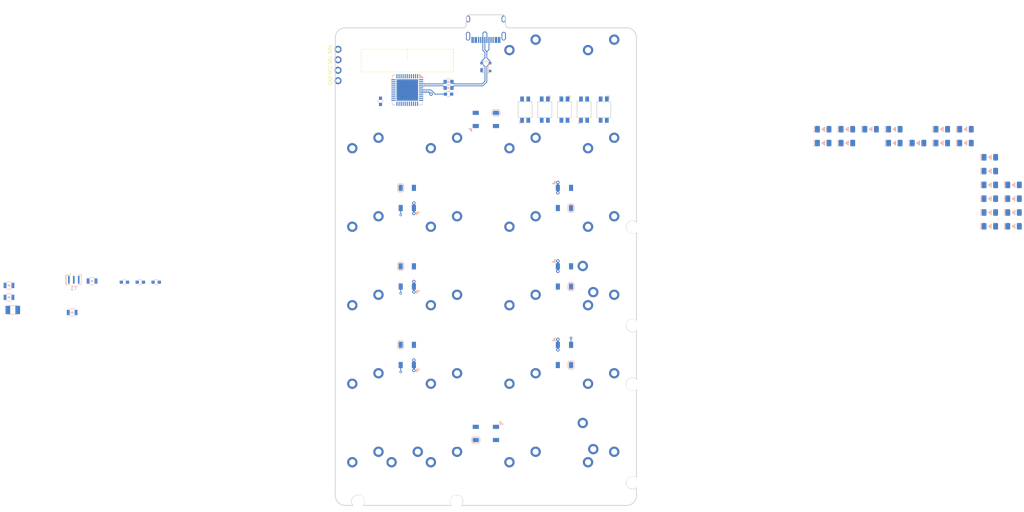
<source format=kicad_pcb>
(kicad_pcb (version 20171130) (host pcbnew "(5.1.11)-1")
  (layers (0 F.Cu signal) (31 B.Cu signal) (34 B.Paste user) (35 F.Paste user) (36 B.SilkS user) (37 F.SilkS user) (38 B.Mask user) (39 F.Mask user) (44 Edge.Cuts user))
  (net 0 "")
  (net 1 "Net-(U1-Pad42)")
  (net 2 "Net-(U1-Pad41)")
  (net 3 "Net-(U1-Pad40)")
  (net 4 "Net-(U1-Pad39)")
  (net 5 "Net-(U1-Pad38)")
  (net 6 "Net-(U1-Pad37)")
  (net 7 "Net-(U1-Pad36)")
  (net 8 "Net-(U1-Pad32)")
  (net 9 "Net-(U1-Pad31)")
  (net 10 "Net-(U1-Pad30)")
  (net 11 "Net-(U1-Pad29)")
  (net 12 "Net-(U1-Pad28)")
  (net 13 "Net-(U1-Pad27)")
  (net 14 "Net-(U1-Pad26)")
  (net 15 "Net-(U1-Pad25)")
  (net 16 "Net-(U1-Pad22)")
  (net 17 "Net-(U1-Pad21)")
  (net 18 "Net-(U1-Pad20)")
  (net 19 "Net-(U1-Pad17)")
  (net 20 "Net-(U1-Pad16)")
  (net 21 "Net-(U1-Pad12)")
  (net 22 "Net-(U1-Pad11)")
  (net 23 "Net-(U1-Pad10)")
  (net 24 "Net-(U1-Pad9)")
  (net 25 "Net-(U1-Pad8)")
  (net 26 D+)
  (net 27 D-)
  (net 28 "Net-(U1-Pad1)")
  (net 29 +5V)
  (net 30 "Net-(F1-Pad1)")
  (net 31 "Net-(R3-Pad2)")
  (net 32 GND)
  (net 33 "Net-(R4-Pad2)")
  (net 34 "Net-(USB1-Pad1)")
  (net 35 "Net-(USB1-Pad3)")
  (net 36 "Net-(USB1-Pad9)")
  (net 37 "Net-(R5-Pad2)")
  (net 38 "Net-(C1-Pad2)")
  (net 39 Reset)
  (net 40 SCL)
  (net 41 SDA)
  (net 42 "Net-(MX1-Pad1)")
  (net 43 "Net-(D2-Pad2)")
  (net 44 "Net-(D3-Pad2)")
  (net 45 "Net-(D4-Pad2)")
  (net 46 "Net-(D5-Pad2)")
  (net 47 "Net-(MX10-Pad1)")
  (net 48 "Net-(D7-Pad2)")
  (net 49 "Net-(D8-Pad2)")
  (net 50 "Net-(D9-Pad2)")
  (net 51 "Net-(D10-Pad2)")
  (net 52 "Net-(MX11-Pad1)")
  (net 53 "Net-(D11-Pad2)")
  (net 54 "Net-(D12-Pad2)")
  (net 55 "Net-(D13-Pad2)")
  (net 56 "Net-(D14-Pad2)")
  (net 57 "Net-(D15-Pad2)")
  (net 58 "Net-(MX16-Pad1)")
  (net 59 "Net-(D16-Pad2)")
  (net 60 "Net-(D17-Pad2)")
  (net 61 "Net-(D18-Pad2)")
  (net 62 "Net-(D19-Pad2)")
  (net 63 "Net-(D20-Pad2)")
  (net 64 "Net-(D21-Pad2)")
  (net 65 "Net-(D22-Pad2)")
  (net 66 "Net-(D23-Pad2)")
  (net 67 "Net-(D24-Pad2)")
  (net 68 "Net-(D12-Pad1)")
  (net 69 "Net-(D13-Pad1)")
  (net 70 "Net-(D14-Pad1)")
  (net 71 "Net-(D10-Pad1)")
  (net 72 "Net-(D21-Pad1)")
  (net 73 "Net-(D11-Pad1)")
  (net 74 "Net-(MX2-Pad1)")
  (net 75 /DT-)
  (net 76 /DT+)
  (net 77 "Net-(MX1-Pad2)")
  (net 78 "Net-(MX6-Pad1)")
  (net 79 "Net-(MX6-Pad2)")
  (net 80 "Net-(MX25-Pad1)")
  (net 81 "Net-(MX25-Pad2)")
  (net 82 "Net-(RGB1-Pad2)")
  (net 83 "Net-(RGB1-Pad4)")
  (net 84 "Net-(RGB2-Pad2)")
  (net 85 "Net-(RGB3-Pad2)")
  (net 86 "Net-(RGB4-Pad2)")
  (net 87 "Net-(RGB5-Pad4)")
  (net 88 "Net-(RGB6-Pad4)")
  (net 89 "Net-(RGB7-Pad4)")
  (net 90 "Net-(RGB10-Pad4)")
  (net 91 "Net-(RGB10-Pad2)")
  (net 92 "Net-(RGB11-Pad2)")
  (net 93 "Net-(RGB12-Pad2)")
  (net 94 "Net-(RGB13-Pad2)")
  (net 95 "Net-(RGB13-Pad4)")
  (module sanproject-keyboard-part:RGB-6028-mid (layer B.Cu) (at 187.325731 50.204805 90)
    (fp_text reference RGB13)
    (fp_text value WS2812B)
    (fp_line (start -1.9 1.7) (end -1.9 -1.7) (layer Edge.Cuts) (width 0.15))
    (fp_line (start 1.9 -1.7) (end -1.9 -1.7) (layer Edge.Cuts) (width 0.15))
    (fp_line (start 1.9 1.7) (end 1.9 -1.7) (layer Edge.Cuts) (width 0.15))
    (fp_line (start 1.9 1.7) (end -1.9 1.7) (layer Edge.Cuts) (width 0.15))
    (pad 1 smd rect (at 2.595 0.75 90) (size 1.19 0.9) (layers B.Cu B.Paste B.Mask) (net 29 +5V))
    (pad 3 smd rect (at -2.595 -0.75 90) (size 1.19 0.9) (layers B.Cu B.Paste B.Mask) (net 32 GND))
    (pad 4 smd rect (at -2.595 0.75 90) (size 1.19 0.9) (layers B.Cu B.Paste B.Mask) (net 95 "Net-(RGB13-Pad4)"))
    (pad 2 smd rect (at 2.595 -0.75 90) (size 1.19 0.9) (layers B.Cu B.Paste B.Mask) (net 94 "Net-(RGB13-Pad2)"))
  )
  (module sanproject-keyboard-part:RGB-6028-mid (layer B.Cu) (at 206.375731 50.204805 270)
    (fp_text reference RGB12)
    (fp_text value WS2812B)
    (fp_line (start -1.9 1.7) (end -1.9 -1.7) (layer Edge.Cuts) (width 0.15))
    (fp_line (start 1.9 -1.7) (end -1.9 -1.7) (layer Edge.Cuts) (width 0.15))
    (fp_line (start 1.9 1.7) (end 1.9 -1.7) (layer Edge.Cuts) (width 0.15))
    (fp_line (start 1.9 1.7) (end -1.9 1.7) (layer Edge.Cuts) (width 0.15))
    (pad 1 smd rect (at 2.595 0.75 270) (size 1.19 0.9) (layers B.Cu B.Paste B.Mask) (net 29 +5V))
    (pad 3 smd rect (at -2.595 -0.75 270) (size 1.19 0.9) (layers B.Cu B.Paste B.Mask) (net 32 GND))
    (pad 4 smd rect (at -2.595 0.75 270) (size 1.19 0.9) (layers B.Cu B.Paste B.Mask) (net 92 "Net-(RGB11-Pad2)"))
    (pad 2 smd rect (at 2.595 -0.75 270) (size 1.19 0.9) (layers B.Cu B.Paste B.Mask) (net 93 "Net-(RGB12-Pad2)"))
  )
  (module sanproject-keyboard-part:RGB-6028-mid (layer B.Cu) (at 201.613231 50.204805 90)
    (fp_text reference RGB11)
    (fp_text value WS2812B)
    (fp_line (start -1.9 1.7) (end -1.9 -1.7) (layer Edge.Cuts) (width 0.15))
    (fp_line (start 1.9 -1.7) (end -1.9 -1.7) (layer Edge.Cuts) (width 0.15))
    (fp_line (start 1.9 1.7) (end 1.9 -1.7) (layer Edge.Cuts) (width 0.15))
    (fp_line (start 1.9 1.7) (end -1.9 1.7) (layer Edge.Cuts) (width 0.15))
    (pad 1 smd rect (at 2.595 0.75 90) (size 1.19 0.9) (layers B.Cu B.Paste B.Mask) (net 29 +5V))
    (pad 3 smd rect (at -2.595 -0.75 90) (size 1.19 0.9) (layers B.Cu B.Paste B.Mask) (net 32 GND))
    (pad 4 smd rect (at -2.595 0.75 90) (size 1.19 0.9) (layers B.Cu B.Paste B.Mask) (net 91 "Net-(RGB10-Pad2)"))
    (pad 2 smd rect (at 2.595 -0.75 90) (size 1.19 0.9) (layers B.Cu B.Paste B.Mask) (net 92 "Net-(RGB11-Pad2)"))
  )
  (module sanproject-keyboard-part:RGB-6028-mid (layer B.Cu) (at 196.850731 50.204805 270)
    (fp_text reference RGB10)
    (fp_text value WS2812B)
    (fp_line (start -1.9 1.7) (end -1.9 -1.7) (layer Edge.Cuts) (width 0.15))
    (fp_line (start 1.9 -1.7) (end -1.9 -1.7) (layer Edge.Cuts) (width 0.15))
    (fp_line (start 1.9 1.7) (end 1.9 -1.7) (layer Edge.Cuts) (width 0.15))
    (fp_line (start 1.9 1.7) (end -1.9 1.7) (layer Edge.Cuts) (width 0.15))
    (pad 1 smd rect (at 2.595 0.75 270) (size 1.19 0.9) (layers B.Cu B.Paste B.Mask) (net 29 +5V))
    (pad 3 smd rect (at -2.595 -0.75 270) (size 1.19 0.9) (layers B.Cu B.Paste B.Mask) (net 32 GND))
    (pad 4 smd rect (at -2.595 0.75 270) (size 1.19 0.9) (layers B.Cu B.Paste B.Mask) (net 90 "Net-(RGB10-Pad4)"))
    (pad 2 smd rect (at 2.595 -0.75 270) (size 1.19 0.9) (layers B.Cu B.Paste B.Mask) (net 91 "Net-(RGB10-Pad2)"))
  )
  (module sanproject-keyboard-part:RGB-6028-mid (layer B.Cu) (at 192.088231 50.204805 270)
    (fp_text reference RGB9)
    (fp_text value WS2812B)
    (fp_line (start -1.9 1.7) (end -1.9 -1.7) (layer Edge.Cuts) (width 0.15))
    (fp_line (start 1.9 -1.7) (end -1.9 -1.7) (layer Edge.Cuts) (width 0.15))
    (fp_line (start 1.9 1.7) (end 1.9 -1.7) (layer Edge.Cuts) (width 0.15))
    (fp_line (start 1.9 1.7) (end -1.9 1.7) (layer Edge.Cuts) (width 0.15))
    (pad 1 smd rect (at 2.595 0.75 270) (size 1.19 0.9) (layers B.Cu B.Paste B.Mask) (net 29 +5V))
    (pad 3 smd rect (at -2.595 -0.75 270) (size 1.19 0.9) (layers B.Cu B.Paste B.Mask) (net 32 GND))
    (pad 4 smd rect (at -2.595 0.75 270) (size 1.19 0.9) (layers B.Cu B.Paste B.Mask) (net 94 "Net-(RGB13-Pad2)"))
    (pad 2 smd rect (at 2.595 -0.75 270) (size 1.19 0.9) (layers B.Cu B.Paste B.Mask) (net 90 "Net-(RGB10-Pad4)"))
  )
  (module sanproject-keyboard-part:LED_WS2812B_PLCC4_5.0x5.0mm_P3.2mm (layer B.Cu) (at 177.800731 128.786055 180)
    (fp_text reference RGB8)
    (fp_text value WS2812B)
    (pad 3 smd roundrect (at 2.45 -1.6 180) (size 1.5 1) (layers B.Cu B.Paste B.Mask) (net 32 GND))
    (pad 4 smd rect (at 2.45 1.6 180) (size 1.5 1) (layers B.Cu B.Paste B.Mask) (net 86 "Net-(RGB4-Pad2)"))
    (pad 2 smd rect (at -2.45 -1.6 180) (size 1.5 1) (layers B.Cu B.Paste B.Mask) (net 89 "Net-(RGB7-Pad4)"))
    (pad 1 smd rect (at -2.45 1.6 180) (size 1.5 1) (layers B.Cu B.Paste B.Mask) (net 29 +5V))
  )
  (module sanproject-keyboard-part:LED_WS2812B_PLCC4_5.0x5.0mm_P3.2mm (layer B.Cu) (at 196.850731 109.736055 270)
    (fp_text reference RGB7)
    (fp_text value WS2812B)
    (pad 3 smd roundrect (at 2.45 -1.6 270) (size 1.5 1) (layers B.Cu B.Paste B.Mask) (net 32 GND))
    (pad 4 smd rect (at 2.45 1.6 270) (size 1.5 1) (layers B.Cu B.Paste B.Mask) (net 89 "Net-(RGB7-Pad4)"))
    (pad 2 smd rect (at -2.45 -1.6 270) (size 1.5 1) (layers B.Cu B.Paste B.Mask) (net 88 "Net-(RGB6-Pad4)"))
    (pad 1 smd rect (at -2.45 1.6 270) (size 1.5 1) (layers B.Cu B.Paste B.Mask) (net 29 +5V))
  )
  (module sanproject-keyboard-part:LED_WS2812B_PLCC4_5.0x5.0mm_P3.2mm (layer B.Cu) (at 196.850731 90.686055 270)
    (fp_text reference RGB6)
    (fp_text value WS2812B)
    (pad 3 smd roundrect (at 2.45 -1.6 270) (size 1.5 1) (layers B.Cu B.Paste B.Mask) (net 32 GND))
    (pad 4 smd rect (at 2.45 1.6 270) (size 1.5 1) (layers B.Cu B.Paste B.Mask) (net 88 "Net-(RGB6-Pad4)"))
    (pad 2 smd rect (at -2.45 -1.6 270) (size 1.5 1) (layers B.Cu B.Paste B.Mask) (net 87 "Net-(RGB5-Pad4)"))
    (pad 1 smd rect (at -2.45 1.6 270) (size 1.5 1) (layers B.Cu B.Paste B.Mask) (net 29 +5V))
  )
  (module sanproject-keyboard-part:LED_WS2812B_PLCC4_5.0x5.0mm_P3.2mm (layer B.Cu) (at 196.850731 71.636055 270)
    (fp_text reference RGB5)
    (fp_text value WS2812B)
    (pad 3 smd roundrect (at 2.45 -1.6 270) (size 1.5 1) (layers B.Cu B.Paste B.Mask) (net 32 GND))
    (pad 4 smd rect (at 2.45 1.6 270) (size 1.5 1) (layers B.Cu B.Paste B.Mask) (net 87 "Net-(RGB5-Pad4)"))
    (pad 2 smd rect (at -2.45 -1.6 270) (size 1.5 1) (layers B.Cu B.Paste B.Mask) (net 95 "Net-(RGB13-Pad4)"))
    (pad 1 smd rect (at -2.45 1.6 270) (size 1.5 1) (layers B.Cu B.Paste B.Mask) (net 29 +5V))
  )
  (module sanproject-keyboard-part:LED_WS2812B_PLCC4_5.0x5.0mm_P3.2mm (layer B.Cu) (at 158.750731 109.736055 90)
    (fp_text reference RGB4)
    (fp_text value WS2812B)
    (pad 3 smd roundrect (at 2.45 -1.6 90) (size 1.5 1) (layers B.Cu B.Paste B.Mask) (net 32 GND))
    (pad 4 smd rect (at 2.45 1.6 90) (size 1.5 1) (layers B.Cu B.Paste B.Mask) (net 85 "Net-(RGB3-Pad2)"))
    (pad 2 smd rect (at -2.45 -1.6 90) (size 1.5 1) (layers B.Cu B.Paste B.Mask) (net 86 "Net-(RGB4-Pad2)"))
    (pad 1 smd rect (at -2.45 1.6 90) (size 1.5 1) (layers B.Cu B.Paste B.Mask) (net 29 +5V))
  )
  (module sanproject-keyboard-part:LED_WS2812B_PLCC4_5.0x5.0mm_P3.2mm (layer B.Cu) (at 158.750731 90.686055 90)
    (fp_text reference RGB3)
    (fp_text value WS2812B)
    (pad 3 smd roundrect (at 2.45 -1.6 90) (size 1.5 1) (layers B.Cu B.Paste B.Mask) (net 32 GND))
    (pad 4 smd rect (at 2.45 1.6 90) (size 1.5 1) (layers B.Cu B.Paste B.Mask) (net 84 "Net-(RGB2-Pad2)"))
    (pad 2 smd rect (at -2.45 -1.6 90) (size 1.5 1) (layers B.Cu B.Paste B.Mask) (net 85 "Net-(RGB3-Pad2)"))
    (pad 1 smd rect (at -2.45 1.6 90) (size 1.5 1) (layers B.Cu B.Paste B.Mask) (net 29 +5V))
  )
  (module sanproject-keyboard-part:LED_WS2812B_PLCC4_5.0x5.0mm_P3.2mm (layer B.Cu) (at 158.750731 71.636055 90)
    (fp_text reference RGB2)
    (fp_text value WS2812B)
    (pad 3 smd roundrect (at 2.45 -1.6 90) (size 1.5 1) (layers B.Cu B.Paste B.Mask) (net 32 GND))
    (pad 4 smd rect (at 2.45 1.6 90) (size 1.5 1) (layers B.Cu B.Paste B.Mask) (net 82 "Net-(RGB1-Pad2)"))
    (pad 2 smd rect (at -2.45 -1.6 90) (size 1.5 1) (layers B.Cu B.Paste B.Mask) (net 84 "Net-(RGB2-Pad2)"))
    (pad 1 smd rect (at -2.45 1.6 90) (size 1.5 1) (layers B.Cu B.Paste B.Mask) (net 29 +5V))
  )
  (module sanproject-keyboard-part:LED_WS2812B_PLCC4_5.0x5.0mm_P3.2mm (layer B.Cu) (at 177.800731 52.586055)
    (fp_text reference RGB1)
    (fp_text value WS2812B)
    (pad 3 smd roundrect (at 2.45 -1.6) (size 1.5 1) (layers B.Cu B.Paste B.Mask) (net 32 GND))
    (pad 4 smd rect (at 2.45 1.6) (size 1.5 1) (layers B.Cu B.Paste B.Mask) (net 83 "Net-(RGB1-Pad4)"))
    (pad 2 smd rect (at -2.45 -1.6) (size 1.5 1) (layers B.Cu B.Paste B.Mask) (net 82 "Net-(RGB1-Pad2)"))
    (pad 1 smd rect (at -2.45 1.6) (size 1.5 1) (layers B.Cu B.Paste B.Mask) (net 29 +5V))
  )
  (module MX_Only_v4:MXOnly-2U-ReversedStabilizers-NoLED (layer F.Cu) (at 206.375731 90.686055 90)
    (fp_text reference MX25)
    (fp_text value 2U)
    (pad "" np_thru_hole circle (at 11.90625 -8.255 90) (size 3.9878 3.9878) (drill 3.9878) (layers *.Cu *.Mask))
    (pad "" np_thru_hole circle (at -11.90625 -8.255 90) (size 3.9878 3.9878) (drill 3.9878) (layers *.Cu *.Mask))
    (pad "" np_thru_hole circle (at 11.90625 6.985 90) (size 3.048 3.048) (drill 3.048) (layers *.Cu *.Mask))
    (pad "" np_thru_hole circle (at -11.90625 6.985 90) (size 3.048 3.048) (drill 3.048) (layers *.Cu *.Mask))
    (pad "" np_thru_hole circle (at 5.08 0 138.0996) (size 1.75 1.75) (drill 1.75) (layers *.Cu *.Mask))
    (pad "" np_thru_hole circle (at -5.08 0 138.0996) (size 1.75 1.75) (drill 1.75) (layers *.Cu *.Mask))
    (pad 1 thru_hole circle (at -3.81 -2.54 90) (size 2.5 2.5) (drill 1.47) (layers *.Cu B.Mask) (net 80 "Net-(MX25-Pad1)"))
    (pad "" np_thru_hole circle (at 0 0 90) (size 3.9878 3.9878) (drill 3.9878) (layers *.Cu *.Mask))
    (pad 2 thru_hole circle (at 2.54 -5.08 90) (size 2.5 2.5) (drill 1.47) (layers *.Cu B.Mask) (net 81 "Net-(MX25-Pad2)"))
  )
  (module MX_Only_v4:MXOnly-2U-ReversedStabilizers-NoLED (layer F.Cu) (at 206.375731 128.786055 90)
    (fp_text reference MX6)
    (fp_text value 2U)
    (pad "" np_thru_hole circle (at 11.90625 -8.255 90) (size 3.9878 3.9878) (drill 3.9878) (layers *.Cu *.Mask))
    (pad "" np_thru_hole circle (at -11.90625 -8.255 90) (size 3.9878 3.9878) (drill 3.9878) (layers *.Cu *.Mask))
    (pad "" np_thru_hole circle (at 11.90625 6.985 90) (size 3.048 3.048) (drill 3.048) (layers *.Cu *.Mask))
    (pad "" np_thru_hole circle (at -11.90625 6.985 90) (size 3.048 3.048) (drill 3.048) (layers *.Cu *.Mask))
    (pad "" np_thru_hole circle (at 5.08 0 138.0996) (size 1.75 1.75) (drill 1.75) (layers *.Cu *.Mask))
    (pad "" np_thru_hole circle (at -5.08 0 138.0996) (size 1.75 1.75) (drill 1.75) (layers *.Cu *.Mask))
    (pad 1 thru_hole circle (at -3.81 -2.54 90) (size 2.5 2.5) (drill 1.47) (layers *.Cu B.Mask) (net 78 "Net-(MX6-Pad1)"))
    (pad "" np_thru_hole circle (at 0 0 90) (size 3.9878 3.9878) (drill 3.9878) (layers *.Cu *.Mask))
    (pad 2 thru_hole circle (at 2.54 -5.08 90) (size 2.5 2.5) (drill 1.47) (layers *.Cu B.Mask) (net 79 "Net-(MX6-Pad2)"))
  )
  (module MX_Only_v4:MXOnly-2U-ReversedStabilizers-NoLED (layer F.Cu) (at 158.750731 138.311055)
    (fp_text reference MX1)
    (fp_text value 2U)
    (pad "" np_thru_hole circle (at 11.90625 -8.255) (size 3.9878 3.9878) (drill 3.9878) (layers *.Cu *.Mask))
    (pad "" np_thru_hole circle (at -11.90625 -8.255) (size 3.9878 3.9878) (drill 3.9878) (layers *.Cu *.Mask))
    (pad "" np_thru_hole circle (at 11.90625 6.985) (size 3.048 3.048) (drill 3.048) (layers *.Cu *.Mask))
    (pad "" np_thru_hole circle (at -11.90625 6.985) (size 3.048 3.048) (drill 3.048) (layers *.Cu *.Mask))
    (pad "" np_thru_hole circle (at 5.08 0 48.0996) (size 1.75 1.75) (drill 1.75) (layers *.Cu *.Mask))
    (pad "" np_thru_hole circle (at -5.08 0 48.0996) (size 1.75 1.75) (drill 1.75) (layers *.Cu *.Mask))
    (pad 1 thru_hole circle (at -3.81 -2.54) (size 2.5 2.5) (drill 1.47) (layers *.Cu B.Mask) (net 42 "Net-(MX1-Pad1)"))
    (pad "" np_thru_hole circle (at 0 0) (size 3.9878 3.9878) (drill 3.9878) (layers *.Cu *.Mask))
    (pad 2 thru_hole circle (at 2.54 -5.08) (size 2.5 2.5) (drill 1.47) (layers *.Cu B.Mask) (net 77 "Net-(MX1-Pad2)"))
  )
  (module sanproject-keyboard-part:R_0603 (layer B.Cu) (at 168.750731 43.442305)
    (fp_text reference R2)
    (fp_text value 22R)
    (pad 2 smd rect (at 0.825 0) (size 0.8 0.95) (layers B.Cu B.Paste B.Mask) (net 75 /DT-))
    (pad 1 smd rect (at -0.825 0) (size 0.8 0.95) (layers B.Cu B.Paste B.Mask) (net 27 D-))
  )
  (module sanproject-keyboard-part:R_0603 (layer B.Cu) (at 168.750731 44.942305 180)
    (fp_text reference R1)
    (fp_text value 22R)
    (pad 2 smd rect (at 0.825 0 180) (size 0.8 0.95) (layers B.Cu B.Paste B.Mask) (net 26 D+))
    (pad 1 smd rect (at -0.825 0 180) (size 0.8 0.95) (layers B.Cu B.Paste B.Mask) (net 76 /DT+))
  )
  (module sanproject-keyboard-part:DIODE_1206_SawnsProjects (layer B.Cu) (at 299.975731 61.767305)
    (fp_text reference D24)
    (fp_text value Diode)
    (pad 2 smd roundrect (at 1.4 0) (size 1.2 1.6) (layers B.Cu B.Paste B.Mask) (roundrect_rratio 0.2) (net 67 "Net-(D24-Pad2)"))
    (pad 1 smd roundrect (at -1.4 0) (size 1.2 1.6) (layers B.Cu B.Paste B.Mask) (roundrect_rratio 0.2) (net 72 "Net-(D21-Pad1)"))
  )
  (module sanproject-keyboard-part:DIODE_1206_SawnsProjects (layer B.Cu) (at 294.075731 54.967305)
    (fp_text reference D23)
    (fp_text value Diode)
    (pad 2 smd roundrect (at 1.4 0) (size 1.2 1.6) (layers B.Cu B.Paste B.Mask) (roundrect_rratio 0.2) (net 66 "Net-(D23-Pad2)"))
    (pad 1 smd roundrect (at -1.4 0) (size 1.2 1.6) (layers B.Cu B.Paste B.Mask) (roundrect_rratio 0.2) (net 72 "Net-(D21-Pad1)"))
  )
  (module sanproject-keyboard-part:DIODE_1206_SawnsProjects (layer B.Cu) (at 305.725731 68.467305)
    (fp_text reference D22)
    (fp_text value Diode)
    (pad 2 smd roundrect (at 1.4 0) (size 1.2 1.6) (layers B.Cu B.Paste B.Mask) (roundrect_rratio 0.2) (net 65 "Net-(D22-Pad2)"))
    (pad 1 smd roundrect (at -1.4 0) (size 1.2 1.6) (layers B.Cu B.Paste B.Mask) (roundrect_rratio 0.2) (net 72 "Net-(D21-Pad1)"))
  )
  (module sanproject-keyboard-part:DIODE_1206_SawnsProjects (layer B.Cu) (at 294.075731 58.317305)
    (fp_text reference D21)
    (fp_text value Diode)
    (pad 2 smd roundrect (at 1.4 0) (size 1.2 1.6) (layers B.Cu B.Paste B.Mask) (roundrect_rratio 0.2) (net 64 "Net-(D21-Pad2)"))
    (pad 1 smd roundrect (at -1.4 0) (size 1.2 1.6) (layers B.Cu B.Paste B.Mask) (roundrect_rratio 0.2) (net 72 "Net-(D21-Pad1)"))
  )
  (module sanproject-keyboard-part:DIODE_1206_SawnsProjects (layer B.Cu) (at 299.975731 65.117305)
    (fp_text reference D20)
    (fp_text value Diode)
    (pad 2 smd roundrect (at 1.4 0) (size 1.2 1.6) (layers B.Cu B.Paste B.Mask) (roundrect_rratio 0.2) (net 63 "Net-(D20-Pad2)"))
    (pad 1 smd roundrect (at -1.4 0) (size 1.2 1.6) (layers B.Cu B.Paste B.Mask) (roundrect_rratio 0.2) (net 71 "Net-(D10-Pad1)"))
  )
  (module sanproject-keyboard-part:DIODE_1206_SawnsProjects (layer B.Cu) (at 288.325731 54.967305)
    (fp_text reference D19)
    (fp_text value Diode)
    (pad 2 smd roundrect (at 1.4 0) (size 1.2 1.6) (layers B.Cu B.Paste B.Mask) (roundrect_rratio 0.2) (net 62 "Net-(D19-Pad2)"))
    (pad 1 smd roundrect (at -1.4 0) (size 1.2 1.6) (layers B.Cu B.Paste B.Mask) (roundrect_rratio 0.2) (net 70 "Net-(D14-Pad1)"))
  )
  (module sanproject-keyboard-part:DIODE_1206_SawnsProjects (layer B.Cu) (at 305.725731 71.817305)
    (fp_text reference D18)
    (fp_text value Diode)
    (pad 2 smd roundrect (at 1.4 0) (size 1.2 1.6) (layers B.Cu B.Paste B.Mask) (roundrect_rratio 0.2) (net 61 "Net-(D18-Pad2)"))
    (pad 1 smd roundrect (at -1.4 0) (size 1.2 1.6) (layers B.Cu B.Paste B.Mask) (roundrect_rratio 0.2) (net 69 "Net-(D13-Pad1)"))
  )
  (module sanproject-keyboard-part:DIODE_1206_SawnsProjects (layer B.Cu) (at 299.975731 68.467305)
    (fp_text reference D17)
    (fp_text value Diode)
    (pad 2 smd roundrect (at 1.4 0) (size 1.2 1.6) (layers B.Cu B.Paste B.Mask) (roundrect_rratio 0.2) (net 60 "Net-(D17-Pad2)"))
    (pad 1 smd roundrect (at -1.4 0) (size 1.2 1.6) (layers B.Cu B.Paste B.Mask) (roundrect_rratio 0.2) (net 68 "Net-(D12-Pad1)"))
  )
  (module sanproject-keyboard-part:DIODE_1206_SawnsProjects (layer B.Cu) (at 288.325731 58.317305)
    (fp_text reference D16)
    (fp_text value Diode)
    (pad 2 smd roundrect (at 1.4 0) (size 1.2 1.6) (layers B.Cu B.Paste B.Mask) (roundrect_rratio 0.2) (net 59 "Net-(D16-Pad2)"))
    (pad 1 smd roundrect (at -1.4 0) (size 1.2 1.6) (layers B.Cu B.Paste B.Mask) (roundrect_rratio 0.2) (net 73 "Net-(D11-Pad1)"))
  )
  (module sanproject-keyboard-part:DIODE_1206_SawnsProjects (layer B.Cu) (at 305.725731 75.167305)
    (fp_text reference D15)
    (fp_text value Diode)
    (pad 2 smd roundrect (at 1.4 0) (size 1.2 1.6) (layers B.Cu B.Paste B.Mask) (roundrect_rratio 0.2) (net 57 "Net-(D15-Pad2)"))
    (pad 1 smd roundrect (at -1.4 0) (size 1.2 1.6) (layers B.Cu B.Paste B.Mask) (roundrect_rratio 0.2) (net 71 "Net-(D10-Pad1)"))
  )
  (module sanproject-keyboard-part:DIODE_1206_SawnsProjects (layer B.Cu) (at 265.325731 58.317305)
    (fp_text reference D14)
    (fp_text value Diode)
    (pad 2 smd roundrect (at 1.4 0) (size 1.2 1.6) (layers B.Cu B.Paste B.Mask) (roundrect_rratio 0.2) (net 56 "Net-(D14-Pad2)"))
    (pad 1 smd roundrect (at -1.4 0) (size 1.2 1.6) (layers B.Cu B.Paste B.Mask) (roundrect_rratio 0.2) (net 70 "Net-(D14-Pad1)"))
  )
  (module sanproject-keyboard-part:DIODE_1206_SawnsProjects (layer B.Cu) (at 299.975731 71.817305)
    (fp_text reference D13)
    (fp_text value Diode)
    (pad 2 smd roundrect (at 1.4 0) (size 1.2 1.6) (layers B.Cu B.Paste B.Mask) (roundrect_rratio 0.2) (net 55 "Net-(D13-Pad2)"))
    (pad 1 smd roundrect (at -1.4 0) (size 1.2 1.6) (layers B.Cu B.Paste B.Mask) (roundrect_rratio 0.2) (net 69 "Net-(D13-Pad1)"))
  )
  (module sanproject-keyboard-part:DIODE_1206_SawnsProjects (layer B.Cu) (at 282.575731 58.317305)
    (fp_text reference D12)
    (fp_text value Diode)
    (pad 2 smd roundrect (at 1.4 0) (size 1.2 1.6) (layers B.Cu B.Paste B.Mask) (roundrect_rratio 0.2) (net 54 "Net-(D12-Pad2)"))
    (pad 1 smd roundrect (at -1.4 0) (size 1.2 1.6) (layers B.Cu B.Paste B.Mask) (roundrect_rratio 0.2) (net 68 "Net-(D12-Pad1)"))
  )
  (module sanproject-keyboard-part:DIODE_1206_SawnsProjects (layer B.Cu) (at 276.825731 54.967305)
    (fp_text reference D11)
    (fp_text value Diode)
    (pad 2 smd roundrect (at 1.4 0) (size 1.2 1.6) (layers B.Cu B.Paste B.Mask) (roundrect_rratio 0.2) (net 53 "Net-(D11-Pad2)"))
    (pad 1 smd roundrect (at -1.4 0) (size 1.2 1.6) (layers B.Cu B.Paste B.Mask) (roundrect_rratio 0.2) (net 73 "Net-(D11-Pad1)"))
  )
  (module sanproject-keyboard-part:DIODE_1206_SawnsProjects (layer B.Cu) (at 305.725731 78.517305)
    (fp_text reference D10)
    (fp_text value Diode)
    (pad 2 smd roundrect (at 1.4 0) (size 1.2 1.6) (layers B.Cu B.Paste B.Mask) (roundrect_rratio 0.2) (net 51 "Net-(D10-Pad2)"))
    (pad 1 smd roundrect (at -1.4 0) (size 1.2 1.6) (layers B.Cu B.Paste B.Mask) (roundrect_rratio 0.2) (net 71 "Net-(D10-Pad1)"))
  )
  (module sanproject-keyboard-part:DIODE_1206_SawnsProjects (layer B.Cu) (at 271.075731 54.967305)
    (fp_text reference D9)
    (fp_text value Diode)
    (pad 2 smd roundrect (at 1.4 0) (size 1.2 1.6) (layers B.Cu B.Paste B.Mask) (roundrect_rratio 0.2) (net 50 "Net-(D9-Pad2)"))
    (pad 1 smd roundrect (at -1.4 0) (size 1.2 1.6) (layers B.Cu B.Paste B.Mask) (roundrect_rratio 0.2) (net 70 "Net-(D14-Pad1)"))
  )
  (module sanproject-keyboard-part:DIODE_1206_SawnsProjects (layer B.Cu) (at 276.825731 58.317305)
    (fp_text reference D8)
    (fp_text value Diode)
    (pad 2 smd roundrect (at 1.4 0) (size 1.2 1.6) (layers B.Cu B.Paste B.Mask) (roundrect_rratio 0.2) (net 49 "Net-(D8-Pad2)"))
    (pad 1 smd roundrect (at -1.4 0) (size 1.2 1.6) (layers B.Cu B.Paste B.Mask) (roundrect_rratio 0.2) (net 69 "Net-(D13-Pad1)"))
  )
  (module sanproject-keyboard-part:DIODE_1206_SawnsProjects (layer B.Cu) (at 299.975731 75.167305)
    (fp_text reference D7)
    (fp_text value Diode)
    (pad 2 smd roundrect (at 1.4 0) (size 1.2 1.6) (layers B.Cu B.Paste B.Mask) (roundrect_rratio 0.2) (net 48 "Net-(D7-Pad2)"))
    (pad 1 smd roundrect (at -1.4 0) (size 1.2 1.6) (layers B.Cu B.Paste B.Mask) (roundrect_rratio 0.2) (net 68 "Net-(D12-Pad1)"))
  )
  (module sanproject-keyboard-part:DIODE_1206_SawnsProjects (layer B.Cu) (at 265.325731 54.967305)
    (fp_text reference D5)
    (fp_text value Diode)
    (pad 2 smd roundrect (at 1.4 0) (size 1.2 1.6) (layers B.Cu B.Paste B.Mask) (roundrect_rratio 0.2) (net 46 "Net-(D5-Pad2)"))
    (pad 1 smd roundrect (at -1.4 0) (size 1.2 1.6) (layers B.Cu B.Paste B.Mask) (roundrect_rratio 0.2) (net 71 "Net-(D10-Pad1)"))
  )
  (module sanproject-keyboard-part:DIODE_1206_SawnsProjects (layer B.Cu) (at 299.975731 78.517305)
    (fp_text reference D4)
    (fp_text value Diode)
    (pad 2 smd roundrect (at 1.4 0) (size 1.2 1.6) (layers B.Cu B.Paste B.Mask) (roundrect_rratio 0.2) (net 45 "Net-(D4-Pad2)"))
    (pad 1 smd roundrect (at -1.4 0) (size 1.2 1.6) (layers B.Cu B.Paste B.Mask) (roundrect_rratio 0.2) (net 70 "Net-(D14-Pad1)"))
  )
  (module sanproject-keyboard-part:DIODE_1206_SawnsProjects (layer B.Cu) (at 259.575731 54.967305)
    (fp_text reference D3)
    (fp_text value Diode)
    (pad 2 smd roundrect (at 1.4 0) (size 1.2 1.6) (layers B.Cu B.Paste B.Mask) (roundrect_rratio 0.2) (net 44 "Net-(D3-Pad2)"))
    (pad 1 smd roundrect (at -1.4 0) (size 1.2 1.6) (layers B.Cu B.Paste B.Mask) (roundrect_rratio 0.2) (net 69 "Net-(D13-Pad1)"))
  )
  (module sanproject-keyboard-part:DIODE_1206_SawnsProjects (layer B.Cu) (at 259.575731 58.317305)
    (fp_text reference D2)
    (fp_text value Diode)
    (pad 2 smd roundrect (at 1.4 0) (size 1.2 1.6) (layers B.Cu B.Paste B.Mask) (roundrect_rratio 0.2) (net 43 "Net-(D2-Pad2)"))
    (pad 1 smd roundrect (at -1.4 0) (size 1.2 1.6) (layers B.Cu B.Paste B.Mask) (roundrect_rratio 0.2) (net 68 "Net-(D12-Pad1)"))
  )
  (module MX_Only_v4:MXOnly-1U-NoLED (layer F.Cu) (at 206.375731 38.298555)
    (fp_text reference MX16)
    (fp_text value 1U)
    (pad "" np_thru_hole circle (at 5.08 0 48.0996) (size 1.75 1.75) (drill 1.75) (layers *.Cu *.Mask))
    (pad 1 thru_hole circle (at -3.81 -2.54) (size 2.5 2.5) (drill 1.47) (layers *.Cu B.Mask) (net 58 "Net-(MX16-Pad1)"))
    (pad "" np_thru_hole circle (at -5.08 0 48.0996) (size 1.75 1.75) (drill 1.75) (layers *.Cu *.Mask))
    (pad "" np_thru_hole circle (at 0 0) (size 3.9878 3.9878) (drill 3.9878) (layers *.Cu *.Mask))
    (pad 2 thru_hole circle (at 2.54 -5.08) (size 2.5 2.5) (drill 1.47) (layers *.Cu B.Mask) (net 59 "Net-(D16-Pad2)"))
  )
  (module MX_Only_v4:MXOnly-1U-NoLED (layer F.Cu) (at 187.325731 38.298555)
    (fp_text reference MX11)
    (fp_text value 1U)
    (pad "" np_thru_hole circle (at 5.08 0 48.0996) (size 1.75 1.75) (drill 1.75) (layers *.Cu *.Mask))
    (pad 1 thru_hole circle (at -3.81 -2.54) (size 2.5 2.5) (drill 1.47) (layers *.Cu B.Mask) (net 52 "Net-(MX11-Pad1)"))
    (pad "" np_thru_hole circle (at -5.08 0 48.0996) (size 1.75 1.75) (drill 1.75) (layers *.Cu *.Mask))
    (pad "" np_thru_hole circle (at 0 0) (size 3.9878 3.9878) (drill 3.9878) (layers *.Cu *.Mask))
    (pad 2 thru_hole circle (at 2.54 -5.08) (size 2.5 2.5) (drill 1.47) (layers *.Cu B.Mask) (net 53 "Net-(D11-Pad2)"))
  )
  (module sanproject-keyboard-part:SSD091 (layer F.Cu) (at 158.750731 38.298555)
    (fp_text reference J1)
    (fp_text value Conn_01x04_Female)
    (fp_text user GND (at -18.695 4.89 90) (layer F.SilkS) (effects (font (size 0.75 0.75))))
    (fp_text user VCC (at -18.695 2.35 90) (layer F.SilkS) (effects (font (size 0.75 0.75))))
    (fp_text user SCL (at -18.695 -0.19 90) (layer F.SilkS) (effects (font (size 0.75 0.75))))
    (fp_text user SDA (at -18.695 -2.73 90) (layer F.SilkS) (effects (font (size 0.75 0.75))))
    (pad 4 thru_hole circle (at -16.79 4.89) (size 1.7 1.7) (drill 1) (layers *.Cu *.Mask) (net 32 GND))
    (pad 3 thru_hole circle (at -16.79 2.35) (size 1.7 1.7) (drill 1) (layers *.Cu *.Mask) (net 29 +5V))
    (pad 2 thru_hole circle (at -16.79 -0.19) (size 1.7 1.7) (drill 1) (layers *.Cu *.Mask) (net 40 SCL))
    (pad 1 thru_hole circle (at -16.79 -2.73) (size 1.7 1.7) (drill 1) (layers *.Cu *.Mask) (net 41 SDA))
  )
  (module MX_Only_v4:MXOnly-1U-NoLED (layer F.Cu) (at 206.375731 138.311055)
    (fp_text reference MX24)
    (fp_text value 1U)
    (pad "" np_thru_hole circle (at 5.08 0 48.0996) (size 1.75 1.75) (drill 1.75) (layers *.Cu *.Mask))
    (pad 1 thru_hole circle (at -3.81 -2.54) (size 2.5 2.5) (drill 1.47) (layers *.Cu B.Mask) (net 58 "Net-(MX16-Pad1)"))
    (pad "" np_thru_hole circle (at -5.08 0 48.0996) (size 1.75 1.75) (drill 1.75) (layers *.Cu *.Mask))
    (pad "" np_thru_hole circle (at 0 0) (size 3.9878 3.9878) (drill 3.9878) (layers *.Cu *.Mask))
    (pad 2 thru_hole circle (at 2.54 -5.08) (size 2.5 2.5) (drill 1.47) (layers *.Cu B.Mask) (net 67 "Net-(D24-Pad2)"))
  )
  (module MX_Only_v4:MXOnly-1U-NoLED (layer F.Cu) (at 187.325731 138.311055)
    (fp_text reference MX23)
    (fp_text value 1U)
    (pad "" np_thru_hole circle (at 5.08 0 48.0996) (size 1.75 1.75) (drill 1.75) (layers *.Cu *.Mask))
    (pad 1 thru_hole circle (at -3.81 -2.54) (size 2.5 2.5) (drill 1.47) (layers *.Cu B.Mask) (net 52 "Net-(MX11-Pad1)"))
    (pad "" np_thru_hole circle (at -5.08 0 48.0996) (size 1.75 1.75) (drill 1.75) (layers *.Cu *.Mask))
    (pad "" np_thru_hole circle (at 0 0) (size 3.9878 3.9878) (drill 3.9878) (layers *.Cu *.Mask))
    (pad 2 thru_hole circle (at 2.54 -5.08) (size 2.5 2.5) (drill 1.47) (layers *.Cu B.Mask) (net 66 "Net-(D23-Pad2)"))
  )
  (module MX_Only_v4:MXOnly-1U-NoLED (layer F.Cu) (at 168.275731 138.311055)
    (fp_text reference MX22)
    (fp_text value 1U)
    (pad "" np_thru_hole circle (at 5.08 0 48.0996) (size 1.75 1.75) (drill 1.75) (layers *.Cu *.Mask))
    (pad 1 thru_hole circle (at -3.81 -2.54) (size 2.5 2.5) (drill 1.47) (layers *.Cu B.Mask) (net 47 "Net-(MX10-Pad1)"))
    (pad "" np_thru_hole circle (at -5.08 0 48.0996) (size 1.75 1.75) (drill 1.75) (layers *.Cu *.Mask))
    (pad "" np_thru_hole circle (at 0 0) (size 3.9878 3.9878) (drill 3.9878) (layers *.Cu *.Mask))
    (pad 2 thru_hole circle (at 2.54 -5.08) (size 2.5 2.5) (drill 1.47) (layers *.Cu B.Mask) (net 65 "Net-(D22-Pad2)"))
  )
  (module MX_Only_v4:MXOnly-1U-NoLED (layer F.Cu) (at 149.225731 138.311055)
    (fp_text reference MX21)
    (fp_text value 1U)
    (pad "" np_thru_hole circle (at 5.08 0 48.0996) (size 1.75 1.75) (drill 1.75) (layers *.Cu *.Mask))
    (pad 1 thru_hole circle (at -3.81 -2.54) (size 2.5 2.5) (drill 1.47) (layers *.Cu B.Mask) (net 74 "Net-(MX2-Pad1)"))
    (pad "" np_thru_hole circle (at -5.08 0 48.0996) (size 1.75 1.75) (drill 1.75) (layers *.Cu *.Mask))
    (pad "" np_thru_hole circle (at 0 0) (size 3.9878 3.9878) (drill 3.9878) (layers *.Cu *.Mask))
    (pad 2 thru_hole circle (at 2.54 -5.08) (size 2.5 2.5) (drill 1.47) (layers *.Cu B.Mask) (net 64 "Net-(D21-Pad2)"))
  )
  (module MX_Only_v4:MXOnly-1U-NoLED (layer F.Cu) (at 149.225731 62.111055)
    (fp_text reference MX2)
    (fp_text value 1U)
    (pad "" np_thru_hole circle (at 5.08 0 48.0996) (size 1.75 1.75) (drill 1.75) (layers *.Cu *.Mask))
    (pad 1 thru_hole circle (at -3.81 -2.54) (size 2.5 2.5) (drill 1.47) (layers *.Cu B.Mask) (net 74 "Net-(MX2-Pad1)"))
    (pad "" np_thru_hole circle (at -5.08 0 48.0996) (size 1.75 1.75) (drill 1.75) (layers *.Cu *.Mask))
    (pad "" np_thru_hole circle (at 0 0) (size 3.9878 3.9878) (drill 3.9878) (layers *.Cu *.Mask))
    (pad 2 thru_hole circle (at 2.54 -5.08) (size 2.5 2.5) (drill 1.47) (layers *.Cu B.Mask) (net 43 "Net-(D2-Pad2)"))
  )
  (module MX_Only_v4:MXOnly-1U-NoLED (layer F.Cu) (at 206.375731 119.261055)
    (fp_text reference MX20)
    (fp_text value 1U)
    (pad "" np_thru_hole circle (at 5.08 0 48.0996) (size 1.75 1.75) (drill 1.75) (layers *.Cu *.Mask))
    (pad 1 thru_hole circle (at -3.81 -2.54) (size 2.5 2.5) (drill 1.47) (layers *.Cu B.Mask) (net 58 "Net-(MX16-Pad1)"))
    (pad "" np_thru_hole circle (at -5.08 0 48.0996) (size 1.75 1.75) (drill 1.75) (layers *.Cu *.Mask))
    (pad "" np_thru_hole circle (at 0 0) (size 3.9878 3.9878) (drill 3.9878) (layers *.Cu *.Mask))
    (pad 2 thru_hole circle (at 2.54 -5.08) (size 2.5 2.5) (drill 1.47) (layers *.Cu B.Mask) (net 63 "Net-(D20-Pad2)"))
  )
  (module MX_Only_v4:MXOnly-1U-NoLED (layer F.Cu) (at 206.375731 100.211055)
    (fp_text reference MX19)
    (fp_text value 1U)
    (pad "" np_thru_hole circle (at 5.08 0 48.0996) (size 1.75 1.75) (drill 1.75) (layers *.Cu *.Mask))
    (pad 1 thru_hole circle (at -3.81 -2.54) (size 2.5 2.5) (drill 1.47) (layers *.Cu B.Mask) (net 58 "Net-(MX16-Pad1)"))
    (pad "" np_thru_hole circle (at -5.08 0 48.0996) (size 1.75 1.75) (drill 1.75) (layers *.Cu *.Mask))
    (pad "" np_thru_hole circle (at 0 0) (size 3.9878 3.9878) (drill 3.9878) (layers *.Cu *.Mask))
    (pad 2 thru_hole circle (at 2.54 -5.08) (size 2.5 2.5) (drill 1.47) (layers *.Cu B.Mask) (net 62 "Net-(D19-Pad2)"))
  )
  (module MX_Only_v4:MXOnly-1U-NoLED (layer F.Cu) (at 206.375731 81.161055)
    (fp_text reference MX18)
    (fp_text value 1U)
    (pad "" np_thru_hole circle (at 5.08 0 48.0996) (size 1.75 1.75) (drill 1.75) (layers *.Cu *.Mask))
    (pad 1 thru_hole circle (at -3.81 -2.54) (size 2.5 2.5) (drill 1.47) (layers *.Cu B.Mask) (net 58 "Net-(MX16-Pad1)"))
    (pad "" np_thru_hole circle (at -5.08 0 48.0996) (size 1.75 1.75) (drill 1.75) (layers *.Cu *.Mask))
    (pad "" np_thru_hole circle (at 0 0) (size 3.9878 3.9878) (drill 3.9878) (layers *.Cu *.Mask))
    (pad 2 thru_hole circle (at 2.54 -5.08) (size 2.5 2.5) (drill 1.47) (layers *.Cu B.Mask) (net 61 "Net-(D18-Pad2)"))
  )
  (module MX_Only_v4:MXOnly-1U-NoLED (layer F.Cu) (at 206.375731 62.111055)
    (fp_text reference MX17)
    (fp_text value 1U)
    (pad "" np_thru_hole circle (at 5.08 0 48.0996) (size 1.75 1.75) (drill 1.75) (layers *.Cu *.Mask))
    (pad 1 thru_hole circle (at -3.81 -2.54) (size 2.5 2.5) (drill 1.47) (layers *.Cu B.Mask) (net 58 "Net-(MX16-Pad1)"))
    (pad "" np_thru_hole circle (at -5.08 0 48.0996) (size 1.75 1.75) (drill 1.75) (layers *.Cu *.Mask))
    (pad "" np_thru_hole circle (at 0 0) (size 3.9878 3.9878) (drill 3.9878) (layers *.Cu *.Mask))
    (pad 2 thru_hole circle (at 2.54 -5.08) (size 2.5 2.5) (drill 1.47) (layers *.Cu B.Mask) (net 60 "Net-(D17-Pad2)"))
  )
  (module MX_Only_v4:MXOnly-1U-NoLED (layer F.Cu) (at 187.325731 119.261055)
    (fp_text reference MX15)
    (fp_text value 1U)
    (pad "" np_thru_hole circle (at 5.08 0 48.0996) (size 1.75 1.75) (drill 1.75) (layers *.Cu *.Mask))
    (pad 1 thru_hole circle (at -3.81 -2.54) (size 2.5 2.5) (drill 1.47) (layers *.Cu B.Mask) (net 52 "Net-(MX11-Pad1)"))
    (pad "" np_thru_hole circle (at -5.08 0 48.0996) (size 1.75 1.75) (drill 1.75) (layers *.Cu *.Mask))
    (pad "" np_thru_hole circle (at 0 0) (size 3.9878 3.9878) (drill 3.9878) (layers *.Cu *.Mask))
    (pad 2 thru_hole circle (at 2.54 -5.08) (size 2.5 2.5) (drill 1.47) (layers *.Cu B.Mask) (net 57 "Net-(D15-Pad2)"))
  )
  (module MX_Only_v4:MXOnly-1U-NoLED (layer F.Cu) (at 187.325731 100.211055)
    (fp_text reference MX14)
    (fp_text value 1U)
    (pad "" np_thru_hole circle (at 5.08 0 48.0996) (size 1.75 1.75) (drill 1.75) (layers *.Cu *.Mask))
    (pad 1 thru_hole circle (at -3.81 -2.54) (size 2.5 2.5) (drill 1.47) (layers *.Cu B.Mask) (net 52 "Net-(MX11-Pad1)"))
    (pad "" np_thru_hole circle (at -5.08 0 48.0996) (size 1.75 1.75) (drill 1.75) (layers *.Cu *.Mask))
    (pad "" np_thru_hole circle (at 0 0) (size 3.9878 3.9878) (drill 3.9878) (layers *.Cu *.Mask))
    (pad 2 thru_hole circle (at 2.54 -5.08) (size 2.5 2.5) (drill 1.47) (layers *.Cu B.Mask) (net 56 "Net-(D14-Pad2)"))
  )
  (module MX_Only_v4:MXOnly-1U-NoLED (layer F.Cu) (at 187.325731 81.161055)
    (fp_text reference MX13)
    (fp_text value 1U)
    (pad "" np_thru_hole circle (at 5.08 0 48.0996) (size 1.75 1.75) (drill 1.75) (layers *.Cu *.Mask))
    (pad 1 thru_hole circle (at -3.81 -2.54) (size 2.5 2.5) (drill 1.47) (layers *.Cu B.Mask) (net 52 "Net-(MX11-Pad1)"))
    (pad "" np_thru_hole circle (at -5.08 0 48.0996) (size 1.75 1.75) (drill 1.75) (layers *.Cu *.Mask))
    (pad "" np_thru_hole circle (at 0 0) (size 3.9878 3.9878) (drill 3.9878) (layers *.Cu *.Mask))
    (pad 2 thru_hole circle (at 2.54 -5.08) (size 2.5 2.5) (drill 1.47) (layers *.Cu B.Mask) (net 55 "Net-(D13-Pad2)"))
  )
  (module MX_Only_v4:MXOnly-1U-NoLED (layer F.Cu) (at 187.325731 62.111055)
    (fp_text reference MX12)
    (fp_text value 1U)
    (pad "" np_thru_hole circle (at 5.08 0 48.0996) (size 1.75 1.75) (drill 1.75) (layers *.Cu *.Mask))
    (pad 1 thru_hole circle (at -3.81 -2.54) (size 2.5 2.5) (drill 1.47) (layers *.Cu B.Mask) (net 52 "Net-(MX11-Pad1)"))
    (pad "" np_thru_hole circle (at -5.08 0 48.0996) (size 1.75 1.75) (drill 1.75) (layers *.Cu *.Mask))
    (pad "" np_thru_hole circle (at 0 0) (size 3.9878 3.9878) (drill 3.9878) (layers *.Cu *.Mask))
    (pad 2 thru_hole circle (at 2.54 -5.08) (size 2.5 2.5) (drill 1.47) (layers *.Cu B.Mask) (net 54 "Net-(D12-Pad2)"))
  )
  (module MX_Only_v4:MXOnly-1U-NoLED (layer F.Cu) (at 168.275731 119.261055)
    (fp_text reference MX10)
    (fp_text value 1U)
    (pad "" np_thru_hole circle (at 5.08 0 48.0996) (size 1.75 1.75) (drill 1.75) (layers *.Cu *.Mask))
    (pad 1 thru_hole circle (at -3.81 -2.54) (size 2.5 2.5) (drill 1.47) (layers *.Cu B.Mask) (net 47 "Net-(MX10-Pad1)"))
    (pad "" np_thru_hole circle (at -5.08 0 48.0996) (size 1.75 1.75) (drill 1.75) (layers *.Cu *.Mask))
    (pad "" np_thru_hole circle (at 0 0) (size 3.9878 3.9878) (drill 3.9878) (layers *.Cu *.Mask))
    (pad 2 thru_hole circle (at 2.54 -5.08) (size 2.5 2.5) (drill 1.47) (layers *.Cu B.Mask) (net 51 "Net-(D10-Pad2)"))
  )
  (module MX_Only_v4:MXOnly-1U-NoLED (layer F.Cu) (at 168.275731 100.211055)
    (fp_text reference MX9)
    (fp_text value 1U)
    (pad "" np_thru_hole circle (at 5.08 0 48.0996) (size 1.75 1.75) (drill 1.75) (layers *.Cu *.Mask))
    (pad 1 thru_hole circle (at -3.81 -2.54) (size 2.5 2.5) (drill 1.47) (layers *.Cu B.Mask) (net 47 "Net-(MX10-Pad1)"))
    (pad "" np_thru_hole circle (at -5.08 0 48.0996) (size 1.75 1.75) (drill 1.75) (layers *.Cu *.Mask))
    (pad "" np_thru_hole circle (at 0 0) (size 3.9878 3.9878) (drill 3.9878) (layers *.Cu *.Mask))
    (pad 2 thru_hole circle (at 2.54 -5.08) (size 2.5 2.5) (drill 1.47) (layers *.Cu B.Mask) (net 50 "Net-(D9-Pad2)"))
  )
  (module MX_Only_v4:MXOnly-1U-NoLED (layer F.Cu) (at 168.275731 81.161055)
    (fp_text reference MX8)
    (fp_text value 1U)
    (pad "" np_thru_hole circle (at 5.08 0 48.0996) (size 1.75 1.75) (drill 1.75) (layers *.Cu *.Mask))
    (pad 1 thru_hole circle (at -3.81 -2.54) (size 2.5 2.5) (drill 1.47) (layers *.Cu B.Mask) (net 47 "Net-(MX10-Pad1)"))
    (pad "" np_thru_hole circle (at -5.08 0 48.0996) (size 1.75 1.75) (drill 1.75) (layers *.Cu *.Mask))
    (pad "" np_thru_hole circle (at 0 0) (size 3.9878 3.9878) (drill 3.9878) (layers *.Cu *.Mask))
    (pad 2 thru_hole circle (at 2.54 -5.08) (size 2.5 2.5) (drill 1.47) (layers *.Cu B.Mask) (net 49 "Net-(D8-Pad2)"))
  )
  (module MX_Only_v4:MXOnly-1U-NoLED (layer F.Cu) (at 168.275731 62.111055)
    (fp_text reference MX7)
    (fp_text value 1U)
    (pad "" np_thru_hole circle (at 5.08 0 48.0996) (size 1.75 1.75) (drill 1.75) (layers *.Cu *.Mask))
    (pad 1 thru_hole circle (at -3.81 -2.54) (size 2.5 2.5) (drill 1.47) (layers *.Cu B.Mask) (net 47 "Net-(MX10-Pad1)"))
    (pad "" np_thru_hole circle (at -5.08 0 48.0996) (size 1.75 1.75) (drill 1.75) (layers *.Cu *.Mask))
    (pad "" np_thru_hole circle (at 0 0) (size 3.9878 3.9878) (drill 3.9878) (layers *.Cu *.Mask))
    (pad 2 thru_hole circle (at 2.54 -5.08) (size 2.5 2.5) (drill 1.47) (layers *.Cu B.Mask) (net 48 "Net-(D7-Pad2)"))
  )
  (module MX_Only_v4:MXOnly-1U-NoLED (layer F.Cu) (at 149.225731 119.261055)
    (fp_text reference MX5)
    (fp_text value 1U)
    (pad "" np_thru_hole circle (at 5.08 0 48.0996) (size 1.75 1.75) (drill 1.75) (layers *.Cu *.Mask))
    (pad 1 thru_hole circle (at -3.81 -2.54) (size 2.5 2.5) (drill 1.47) (layers *.Cu B.Mask) (net 74 "Net-(MX2-Pad1)"))
    (pad "" np_thru_hole circle (at -5.08 0 48.0996) (size 1.75 1.75) (drill 1.75) (layers *.Cu *.Mask))
    (pad "" np_thru_hole circle (at 0 0) (size 3.9878 3.9878) (drill 3.9878) (layers *.Cu *.Mask))
    (pad 2 thru_hole circle (at 2.54 -5.08) (size 2.5 2.5) (drill 1.47) (layers *.Cu B.Mask) (net 46 "Net-(D5-Pad2)"))
  )
  (module MX_Only_v4:MXOnly-1U-NoLED (layer F.Cu) (at 149.225731 100.211055)
    (fp_text reference MX4)
    (fp_text value 1U)
    (pad "" np_thru_hole circle (at 5.08 0 48.0996) (size 1.75 1.75) (drill 1.75) (layers *.Cu *.Mask))
    (pad 1 thru_hole circle (at -3.81 -2.54) (size 2.5 2.5) (drill 1.47) (layers *.Cu B.Mask) (net 74 "Net-(MX2-Pad1)"))
    (pad "" np_thru_hole circle (at -5.08 0 48.0996) (size 1.75 1.75) (drill 1.75) (layers *.Cu *.Mask))
    (pad "" np_thru_hole circle (at 0 0) (size 3.9878 3.9878) (drill 3.9878) (layers *.Cu *.Mask))
    (pad 2 thru_hole circle (at 2.54 -5.08) (size 2.5 2.5) (drill 1.47) (layers *.Cu B.Mask) (net 45 "Net-(D4-Pad2)"))
  )
  (module MX_Only_v4:MXOnly-1U-NoLED (layer F.Cu) (at 149.225731 81.161055)
    (fp_text reference MX3)
    (fp_text value 1U)
    (pad "" np_thru_hole circle (at 5.08 0 48.0996) (size 1.75 1.75) (drill 1.75) (layers *.Cu *.Mask))
    (pad 1 thru_hole circle (at -3.81 -2.54) (size 2.5 2.5) (drill 1.47) (layers *.Cu B.Mask) (net 74 "Net-(MX2-Pad1)"))
    (pad "" np_thru_hole circle (at -5.08 0 48.0996) (size 1.75 1.75) (drill 1.75) (layers *.Cu *.Mask))
    (pad "" np_thru_hole circle (at 0 0) (size 3.9878 3.9878) (drill 3.9878) (layers *.Cu *.Mask))
    (pad 2 thru_hole circle (at 2.54 -5.08) (size 2.5 2.5) (drill 1.47) (layers *.Cu B.Mask) (net 44 "Net-(D3-Pad2)"))
  )
  (module Crystal:Resonator_SMD_muRata_CSTxExxV-3Pin_3.0x1.1mm (layer B.Cu) (at 77.885675 91.48986)
    (fp_text reference Y1 (at 0 2) (layer B.SilkS) (effects (justify mirror)))
    (fp_text value 16Mhz)
    (pad 3 smd rect (at 1.2 0) (size 0.4 1.9) (layers B.Cu B.Paste B.Mask) (net 20 "Net-(U1-Pad16)"))
    (pad 2 smd rect (at 0 0) (size 0.4 1.9) (layers B.Cu B.Paste B.Mask) (net 32 GND))
    (pad 1 smd rect (at -1.2 0) (size 0.4 1.9) (layers B.Cu B.Paste B.Mask) (net 19 "Net-(U1-Pad17)"))
  )
  (module sanproject-keyboard-part:R_0805 (layer B.Cu) (at 82.320675 91.80986)
    (fp_text reference R6)
    (fp_text value 10k)
    (pad 2 smd rect (at 0.95 0) (size 0.7 1.3) (layers B.Cu B.Paste B.Mask) (net 39 Reset))
    (pad 1 smd rect (at -0.95 0) (size 0.7 1.3) (layers B.Cu B.Paste B.Mask) (net 29 +5V))
  )
  (module sanproject-keyboard-part:C_0603 (layer B.Cu) (at 152.250731 48.192305 270)
    (fp_text reference C5)
    (fp_text value 0.1uF)
    (pad 2 smd rect (at 0.75 0 270) (size 0.8 0.75) (layers B.Cu B.Paste B.Mask) (net 32 GND))
    (pad 1 smd rect (at -0.75 0 270) (size 0.8 0.75) (layers B.Cu B.Paste B.Mask) (net 29 +5V))
  )
  (module sanproject-keyboard-part:C_0603 (layer B.Cu) (at 97.870675 92.07486)
    (fp_text reference C4)
    (fp_text value 0.1uF)
    (pad 2 smd rect (at 0.75 0) (size 0.8 0.75) (layers B.Cu B.Paste B.Mask) (net 32 GND))
    (pad 1 smd rect (at -0.75 0) (size 0.8 0.75) (layers B.Cu B.Paste B.Mask) (net 29 +5V))
  )
  (module sanproject-keyboard-part:C_0603 (layer B.Cu) (at 94.020675 92.07486)
    (fp_text reference C3)
    (fp_text value 0.1uF)
    (pad 2 smd rect (at 0.75 0) (size 0.8 0.75) (layers B.Cu B.Paste B.Mask) (net 32 GND))
    (pad 1 smd rect (at -0.75 0) (size 0.8 0.75) (layers B.Cu B.Paste B.Mask) (net 29 +5V))
  )
  (module sanproject-keyboard-part:C_0603 (layer B.Cu) (at 90.170675 92.07486)
    (fp_text reference C2)
    (fp_text value 10uF)
    (pad 2 smd rect (at 0.75 0) (size 0.8 0.75) (layers B.Cu B.Paste B.Mask) (net 32 GND))
    (pad 1 smd rect (at -0.75 0) (size 0.8 0.75) (layers B.Cu B.Paste B.Mask) (net 29 +5V))
  )
  (module sanproject-keyboard-part:C_0603 (layer B.Cu) (at 168.750731 46.442305 180)
    (fp_text reference C1)
    (fp_text value 1uF)
    (pad 2 smd rect (at 0.75 0 180) (size 0.8 0.75) (layers B.Cu B.Paste B.Mask) (net 38 "Net-(C1-Pad2)"))
    (pad 1 smd rect (at -0.75 0 180) (size 0.8 0.75) (layers B.Cu B.Paste B.Mask) (net 32 GND))
  )
  (module sanproject-keyboard-part:R_0805 (layer B.Cu) (at 77.500731 99.442305)
    (fp_text reference R5)
    (fp_text value 10k)
    (pad 2 smd rect (at 0.95 0) (size 0.7 1.3) (layers B.Cu B.Paste B.Mask) (net 37 "Net-(R5-Pad2)"))
    (pad 1 smd rect (at -0.95 0) (size 0.7 1.3) (layers B.Cu B.Paste B.Mask) (net 32 GND))
  )
  (module sanproject-keyboard-part:HRO-TYPE-C-31-M-12-Assembly (layer B.Cu) (at 177.800731 25.598555)
    (fp_text reference USB1)
    (fp_text value HRO-TYPE-C-31-M-12-Type-C)
    (pad 12 smd rect (at 3.225 7.695) (size 0.6 1.45) (layers B.Cu B.Paste B.Mask) (net 34 "Net-(USB1-Pad1)"))
    (pad 1 smd rect (at -3.225 7.695) (size 0.6 1.45) (layers B.Cu B.Paste B.Mask) (net 34 "Net-(USB1-Pad1)"))
    (pad 11 smd rect (at 2.45 7.695) (size 0.6 1.45) (layers B.Cu B.Paste B.Mask) (net 30 "Net-(F1-Pad1)"))
    (pad 2 smd rect (at -2.45 7.695) (size 0.6 1.45) (layers B.Cu B.Paste B.Mask) (net 30 "Net-(F1-Pad1)"))
    (pad 3 smd rect (at -1.75 7.695) (size 0.3 1.45) (layers B.Cu B.Paste B.Mask) (net 35 "Net-(USB1-Pad3)"))
    (pad 10 smd rect (at 1.75 7.695) (size 0.3 1.45) (layers B.Cu B.Paste B.Mask) (net 33 "Net-(R4-Pad2)"))
    (pad 4 smd rect (at -1.25 7.695) (size 0.3 1.45) (layers B.Cu B.Paste B.Mask) (net 31 "Net-(R3-Pad2)"))
    (pad 9 smd rect (at 1.25 7.695) (size 0.3 1.45) (layers B.Cu B.Paste B.Mask) (net 36 "Net-(USB1-Pad9)"))
    (pad 5 smd rect (at -0.75 7.695) (size 0.3 1.45) (layers B.Cu B.Paste B.Mask) (net 75 /DT-))
    (pad 8 smd rect (at 0.75 7.695) (size 0.3 1.45) (layers B.Cu B.Paste B.Mask) (net 76 /DT+))
    (pad 7 smd rect (at 0.25 7.695) (size 0.3 1.45) (layers B.Cu B.Paste B.Mask) (net 75 /DT-))
    (pad 6 smd rect (at -0.25 7.695) (size 0.3 1.45) (layers B.Cu B.Paste B.Mask) (net 76 /DT+))
    (pad "" np_thru_hole circle (at 2.89 6.25) (size 0.65 0.65) (drill 0.65) (layers *.Cu *.Mask))
    (pad "" np_thru_hole circle (at -2.89 6.25) (size 0.65 0.65) (drill 0.65) (layers *.Cu *.Mask))
    (pad 13 thru_hole oval (at -4.32 6.78) (size 1 2.1) (drill oval 0.6 1.7) (layers *.Cu *.Mask) (net 34 "Net-(USB1-Pad1)"))
    (pad 13 thru_hole oval (at 4.32 6.78) (size 1 2.1) (drill oval 0.6 1.7) (layers *.Cu *.Mask) (net 34 "Net-(USB1-Pad1)"))
    (pad 13 thru_hole oval (at -4.32 2.6) (size 1 1.6) (drill oval 0.6 1.2) (layers *.Cu *.Mask) (net 34 "Net-(USB1-Pad1)"))
    (pad 13 thru_hole oval (at 4.32 2.6) (size 1 1.6) (drill oval 0.6 1.2) (layers *.Cu *.Mask) (net 34 "Net-(USB1-Pad1)"))
  )
  (module sanproject-keyboard-part:SOT143B (layer B.Cu) (at 177.800731 39.886055)
    (fp_text reference U2)
    (fp_text value PRTR5V0U2X)
    (pad 1 smd rect (at -1 0.75 90) (size 1 0.7) (layers B.Cu B.Paste B.Mask) (net 32 GND))
    (pad 4 smd rect (at 1 0.95 90) (size 0.6 0.7) (layers B.Cu B.Paste B.Mask) (net 30 "Net-(F1-Pad1)"))
    (pad 2 smd rect (at -1 -0.95 90) (size 0.6 0.7) (layers B.Cu B.Paste B.Mask) (net 75 /DT-))
    (pad 3 smd rect (at 1 -0.95 90) (size 0.6 0.7) (layers B.Cu B.Paste B.Mask) (net 76 /DT+))
  )
  (module sanproject-keyboard-part:QFN-44-1EP_7x7mm_P0.5mm_EP5.2x5.2mm (layer B.Cu) (at 158.750731 45.442305 180)
    (fp_text reference U1 hide)
    (fp_text value ATmega32U4-MU)
    (pad 1 smd roundrect (at -3.3375 2.5 180) (size 1.075 0.25) (layers B.Cu B.Paste B.Mask) (net 28 "Net-(U1-Pad1)"))
    (pad 2 smd rect (at -3.3375 2 180) (size 1.075 0.25) (layers B.Cu B.Paste B.Mask) (net 29 +5V))
    (pad 3 smd rect (at -3.3375 1.5 180) (size 1.075 0.25) (layers B.Cu B.Paste B.Mask) (net 27 D-))
    (pad 4 smd rect (at -3.3375 1 180) (size 1.075 0.25) (layers B.Cu B.Paste B.Mask) (net 26 D+))
    (pad 5 smd rect (at -3.3375 0.5 180) (size 1.075 0.25) (layers B.Cu B.Paste B.Mask) (net 32 GND))
    (pad 6 smd rect (at -3.3375 0 180) (size 1.075 0.25) (layers B.Cu B.Paste B.Mask) (net 38 "Net-(C1-Pad2)"))
    (pad 7 smd rect (at -3.3375 -0.5 180) (size 1.075 0.25) (layers B.Cu B.Paste B.Mask) (net 29 +5V))
    (pad 8 smd rect (at -3.3375 -1 180) (size 1.075 0.25) (layers B.Cu B.Paste B.Mask) (net 25 "Net-(U1-Pad8)"))
    (pad 9 smd rect (at -3.3375 -1.5 180) (size 1.075 0.25) (layers B.Cu B.Paste B.Mask) (net 24 "Net-(U1-Pad9)"))
    (pad 10 smd rect (at -3.3375 -2 180) (size 1.075 0.25) (layers B.Cu B.Paste B.Mask) (net 23 "Net-(U1-Pad10)"))
    (pad 11 smd rect (at -3.3375 -2.5 180) (size 1.075 0.25) (layers B.Cu B.Paste B.Mask) (net 22 "Net-(U1-Pad11)"))
    (pad 12 smd rect (at -2.5 -3.3375 180) (size 0.25 1.075) (layers B.Cu B.Paste B.Mask) (net 21 "Net-(U1-Pad12)"))
    (pad 13 smd rect (at -2 -3.3375 180) (size 0.25 1.075) (layers B.Cu B.Paste B.Mask) (net 39 Reset))
    (pad 14 smd rect (at -1.5 -3.3375 180) (size 0.25 1.075) (layers B.Cu B.Paste B.Mask) (net 29 +5V))
    (pad 15 smd rect (at -1 -3.3375 180) (size 0.25 1.075) (layers B.Cu B.Paste B.Mask) (net 32 GND))
    (pad 16 smd rect (at -0.5 -3.3375 180) (size 0.25 1.075) (layers B.Cu B.Paste B.Mask) (net 20 "Net-(U1-Pad16)"))
    (pad 17 smd rect (at 0 -3.3375 180) (size 0.25 1.075) (layers B.Cu B.Paste B.Mask) (net 19 "Net-(U1-Pad17)"))
    (pad 18 smd rect (at 0.5 -3.3375 180) (size 0.25 1.075) (layers B.Cu B.Paste B.Mask) (net 40 SCL))
    (pad 19 smd rect (at 1 -3.3375 180) (size 0.25 1.075) (layers B.Cu B.Paste B.Mask) (net 41 SDA))
    (pad 20 smd rect (at 1.5 -3.3375 180) (size 0.25 1.075) (layers B.Cu B.Paste B.Mask) (net 18 "Net-(U1-Pad20)"))
    (pad 21 smd rect (at 2 -3.3375 180) (size 0.25 1.075) (layers B.Cu B.Paste B.Mask) (net 17 "Net-(U1-Pad21)"))
    (pad 22 smd rect (at 2.5 -3.3375 180) (size 0.25 1.075) (layers B.Cu B.Paste B.Mask) (net 16 "Net-(U1-Pad22)"))
    (pad 23 smd rect (at 3.3375 -2.5 180) (size 1.075 0.25) (layers B.Cu B.Paste B.Mask) (net 32 GND))
    (pad 24 smd rect (at 3.3375 -2 180) (size 1.075 0.25) (layers B.Cu B.Paste B.Mask) (net 29 +5V))
    (pad 25 smd rect (at 3.3375 -1.5 180) (size 1.075 0.25) (layers B.Cu B.Paste B.Mask) (net 15 "Net-(U1-Pad25)"))
    (pad 26 smd rect (at 3.3375 -1 180) (size 1.075 0.25) (layers B.Cu B.Paste B.Mask) (net 14 "Net-(U1-Pad26)"))
    (pad 27 smd rect (at 3.3375 -0.5 180) (size 1.075 0.25) (layers B.Cu B.Paste B.Mask) (net 13 "Net-(U1-Pad27)"))
    (pad 28 smd rect (at 3.3375 0 180) (size 1.075 0.25) (layers B.Cu B.Paste B.Mask) (net 12 "Net-(U1-Pad28)"))
    (pad 29 smd rect (at 3.3375 0.5 180) (size 1.075 0.25) (layers B.Cu B.Paste B.Mask) (net 11 "Net-(U1-Pad29)"))
    (pad 30 smd rect (at 3.3375 1 180) (size 1.075 0.25) (layers B.Cu B.Paste B.Mask) (net 10 "Net-(U1-Pad30)"))
    (pad 31 smd rect (at 3.3375 1.5 180) (size 1.075 0.25) (layers B.Cu B.Paste B.Mask) (net 9 "Net-(U1-Pad31)"))
    (pad 32 smd rect (at 3.3375 2 180) (size 1.075 0.25) (layers B.Cu B.Paste B.Mask) (net 8 "Net-(U1-Pad32)"))
    (pad 33 smd rect (at 3.3375 2.5 180) (size 1.075 0.25) (layers B.Cu B.Paste B.Mask) (net 37 "Net-(R5-Pad2)"))
    (pad 34 smd rect (at 2.5 3.3375 180) (size 0.25 1.075) (layers B.Cu B.Paste B.Mask) (net 29 +5V))
    (pad 35 smd rect (at 2 3.3375 180) (size 0.25 1.075) (layers B.Cu B.Paste B.Mask) (net 32 GND))
    (pad 36 smd rect (at 1.5 3.3375 180) (size 0.25 1.075) (layers B.Cu B.Paste B.Mask) (net 7 "Net-(U1-Pad36)"))
    (pad 37 smd rect (at 1 3.3375 180) (size 0.25 1.075) (layers B.Cu B.Paste B.Mask) (net 6 "Net-(U1-Pad37)"))
    (pad 38 smd rect (at 0.5 3.3375 180) (size 0.25 1.075) (layers B.Cu B.Paste B.Mask) (net 5 "Net-(U1-Pad38)"))
    (pad 39 smd rect (at 0 3.3375 180) (size 0.25 1.075) (layers B.Cu B.Paste B.Mask) (net 4 "Net-(U1-Pad39)"))
    (pad 40 smd rect (at -0.5 3.3375 180) (size 0.25 1.075) (layers B.Cu B.Paste B.Mask) (net 3 "Net-(U1-Pad40)"))
    (pad 41 smd rect (at -1 3.3375 180) (size 0.25 1.075) (layers B.Cu B.Paste B.Mask) (net 2 "Net-(U1-Pad41)"))
    (pad 42 smd rect (at -1.5 3.3375 180) (size 0.25 1.075) (layers B.Cu B.Paste B.Mask) (net 1 "Net-(U1-Pad42)"))
    (pad 43 smd rect (at -2 3.3375 180) (size 0.25 1.075) (layers B.Cu B.Paste B.Mask) (net 32 GND))
    (pad 44 smd rect (at -2.5 3.3375 180) (size 0.25 1.075) (layers B.Cu B.Paste B.Mask) (net 29 +5V))
    (pad 45 smd rect (at 0 0 180) (size 5.2 5.2) (layers B.Cu B.Mask) (net 32 GND))
  )
  (module sanproject-keyboard-part:R_0805 (layer B.Cu) (at 62.18339 92.87229)
    (fp_text reference R4)
    (fp_text value 5.1k)
    (pad 2 smd rect (at 0.95 0) (size 0.7 1.3) (layers B.Cu B.Paste B.Mask) (net 33 "Net-(R4-Pad2)"))
    (pad 1 smd rect (at -0.95 0) (size 0.7 1.3) (layers B.Cu B.Paste B.Mask) (net 32 GND))
  )
  (module sanproject-keyboard-part:R_0805 (layer B.Cu) (at 62.18339 95.75229)
    (fp_text reference R3)
    (fp_text value 5.1k)
    (pad 2 smd rect (at 0.95 0) (size 0.7 1.3) (layers B.Cu B.Paste B.Mask) (net 31 "Net-(R3-Pad2)"))
    (pad 1 smd rect (at -0.95 0) (size 0.7 1.3) (layers B.Cu B.Paste B.Mask) (net 32 GND))
  )
  (module sanproject-keyboard-part:Fuse_SMD1206_Reflow (layer B.Cu) (at 63.10339 98.82229)
    (fp_text reference F1)
    (fp_text value 500mA)
    (pad 2 smd rect (at 1.2 0 270) (size 2.03 1.14) (layers B.Cu B.Paste B.Mask) (net 29 +5V))
    (pad 1 smd rect (at -1.2 0 270) (size 2.03 1.14) (layers B.Cu B.Paste B.Mask) (net 30 "Net-(F1-Pad1)"))
  )
  (gr_arc (start 146.812731 145.296055) (end 148.002403 146.248555) (angle -257.3643749) (layer Edge.Cuts) (width 0.2))
  (gr_arc (start 170.68873 145.296055) (end 171.878403 146.248554) (angle -257.3643749) (layer Edge.Cuts) (width 0.2))
  (gr_arc (start 143.669481 143.867305) (end 141.288231 143.867305) (angle -90) (layer Edge.Cuts) (width 0.2))
  (gr_line (start 145.623058 146.248555) (end 143.669481 146.248555) (layer Edge.Cuts) (width 0.2))
  (gr_line (start 169.499058 146.248555) (end 148.002403 146.248555) (layer Edge.Cuts) (width 0.2))
  (gr_line (start 211.931981 146.248555) (end 171.878403 146.248554) (layer Edge.Cuts) (width 0.2))
  (gr_arc (start 213.360731 102.624055) (end 214.31323 101.434382) (angle -257.3643749) (layer Edge.Cuts) (width 0.2))
  (gr_arc (start 211.93198 143.867305) (end 211.931981 146.248555) (angle -90) (layer Edge.Cuts) (width 0.2))
  (gr_line (start 214.313231 141.913727) (end 214.313231 143.867305) (layer Edge.Cuts) (width 0.2))
  (gr_arc (start 213.360731 140.724054) (end 214.31323 139.534382) (angle -257.3643749) (layer Edge.Cuts) (width 0.2))
  (gr_line (start 214.313231 118.037727) (end 214.31323 139.534382) (layer Edge.Cuts) (width 0.2))
  (gr_arc (start 213.360731 116.848054) (end 214.31323 115.658382) (angle -257.3643749) (layer Edge.Cuts) (width 0.2))
  (gr_line (start 214.313231 103.813727) (end 214.31323 115.658382) (layer Edge.Cuts) (width 0.2))
  (gr_line (start 214.313231 79.937727) (end 214.31323 101.434382) (layer Edge.Cuts) (width 0.2))
  (gr_arc (start 213.360731 78.748054) (end 214.31323 77.558382) (angle -257.3643749) (layer Edge.Cuts) (width 0.2))
  (gr_line (start 214.313231 32.742305) (end 214.31323 77.558382) (layer Edge.Cuts) (width 0.2))
  (gr_arc (start 211.931981 32.742305) (end 214.313231 32.742305) (angle -90) (layer Edge.Cuts) (width 0.2))
  (gr_line (start 183.356981 30.361055) (end 211.931981 30.361054) (layer Edge.Cuts) (width 0.2))
  (gr_arc (start 172.244481 29.567305) (end 172.244481 30.361055) (angle -90) (layer Edge.Cuts) (width 0.2))
  (gr_arc (start 183.356981 29.567305) (end 182.563231 29.567305) (angle -90) (layer Edge.Cuts) (width 0.2))
  (gr_line (start 173.038231 29.567305) (end 173.038231 27.979805) (layer Edge.Cuts) (width 0.2))
  (gr_line (start 182.563231 27.979805) (end 182.563231 29.567305) (layer Edge.Cuts) (width 0.2))
  (gr_line (start 141.288231 143.867305) (end 141.288231 32.742305) (layer Edge.Cuts) (width 0.2))
  (gr_line (start 143.669481 30.361055) (end 172.244481 30.361055) (layer Edge.Cuts) (width 0.2))
  (gr_arc (start 181.769481 27.979804) (end 182.563231 27.979805) (angle -90) (layer Edge.Cuts) (width 0.2))
  (gr_arc (start 143.66948 32.742305) (end 143.669481 30.361055) (angle -90) (layer Edge.Cuts) (width 0.2))
  (gr_line (start 173.831981 27.186055) (end 181.769481 27.186054) (layer Edge.Cuts) (width 0.2))
  (gr_arc (start 173.83198 27.979805) (end 173.831981 27.186055) (angle -90) (layer Edge.Cuts) (width 0.2))
  (segment (start 167.400731 44.417305) (end 167.925731 44.942305) (width 0.2) (layer B.Cu) (net 26))
  (segment (start 162.919482 44.417305) (end 167.400731 44.417305) (width 0.2) (layer B.Cu) (net 26))
  (segment (start 162.894482 44.442305) (end 162.919482 44.417305) (width 0.2) (layer B.Cu) (net 26))
  (segment (start 162.088231 44.442305) (end 162.894482 44.442305) (width 0.2) (layer B.Cu) (net 26))
  (segment (start 167.400731 43.967305) (end 167.925731 43.442305) (width 0.2) (layer B.Cu) (net 27))
  (segment (start 162.919482 43.967305) (end 167.400731 43.967305) (width 0.2) (layer B.Cu) (net 27))
  (segment (start 162.894482 43.942305) (end 162.919482 43.967305) (width 0.2) (layer B.Cu) (net 27))
  (segment (start 162.088231 43.942305) (end 162.894482 43.942305) (width 0.2) (layer B.Cu) (net 27))
  (segment (start 195.250731 69.186055) (end 195.250731 70.386055) (width 0.4) (layer B.Cu) (net 29))
  (segment (start 195.250731 69.186055) (end 195.250731 67.886055) (width 0.4) (layer B.Cu) (net 29))
  (segment (start 195.250731 70.386055) (end 195.250731 70.386055) (width 0.4) (layer B.Cu) (net 29))
  (segment (start 195.250731 67.886055) (end 195.250731 67.886055) (width 0.4) (layer B.Cu) (net 29))
  (via (at 195.250731 67.886055) (size 0.8) (drill 0.4) (layers F.Cu B.Cu) (net 29))
  (via (at 195.250731 70.386055) (size 0.8) (drill 0.4) (layers F.Cu B.Cu) (net 29))
  (segment (start 195.250731 88.236055) (end 195.250731 89.436055) (width 0.4) (layer B.Cu) (net 29))
  (segment (start 195.250731 88.236055) (end 195.250731 86.936055) (width 0.4) (layer B.Cu) (net 29))
  (segment (start 195.250731 89.436055) (end 195.250731 89.436055) (width 0.4) (layer B.Cu) (net 29))
  (segment (start 195.250731 86.936055) (end 195.250731 86.936055) (width 0.4) (layer B.Cu) (net 29))
  (via (at 195.250731 86.936055) (size 0.8) (drill 0.4) (layers F.Cu B.Cu) (net 29))
  (via (at 195.250731 89.436055) (size 0.8) (drill 0.4) (layers F.Cu B.Cu) (net 29))
  (segment (start 195.250731 107.286055) (end 195.250731 108.486055) (width 0.4) (layer B.Cu) (net 29))
  (segment (start 195.250731 107.286055) (end 195.250731 105.986055) (width 0.4) (layer B.Cu) (net 29))
  (segment (start 195.250731 108.486055) (end 195.250731 108.486055) (width 0.4) (layer B.Cu) (net 29))
  (segment (start 195.250731 105.986055) (end 195.250731 105.986055) (width 0.4) (layer B.Cu) (net 29))
  (via (at 195.250731 105.986055) (size 0.8) (drill 0.4) (layers F.Cu B.Cu) (net 29))
  (via (at 195.250731 108.486055) (size 0.8) (drill 0.4) (layers F.Cu B.Cu) (net 29))
  (segment (start 160.350731 112.186055) (end 160.350731 110.986055) (width 0.4) (layer B.Cu) (net 29))
  (segment (start 160.350731 112.186055) (end 160.350731 113.486055) (width 0.4) (layer B.Cu) (net 29))
  (segment (start 160.350731 110.986055) (end 160.350731 110.986055) (width 0.4) (layer B.Cu) (net 29))
  (segment (start 160.350731 113.486055) (end 160.350731 113.486055) (width 0.4) (layer B.Cu) (net 29))
  (via (at 160.350731 113.486055) (size 0.8) (drill 0.4) (layers F.Cu B.Cu) (net 29))
  (via (at 160.350731 110.986055) (size 0.8) (drill 0.4) (layers F.Cu B.Cu) (net 29))
  (segment (start 160.350731 74.086055) (end 160.350731 72.886055) (width 0.4) (layer B.Cu) (net 29))
  (segment (start 160.350731 74.086055) (end 160.350731 75.386055) (width 0.4) (layer B.Cu) (net 29))
  (segment (start 160.350731 72.886055) (end 160.350731 72.886055) (width 0.4) (layer B.Cu) (net 29))
  (segment (start 160.350731 75.386055) (end 160.350731 75.386055) (width 0.4) (layer B.Cu) (net 29))
  (via (at 160.350731 75.386055) (size 0.8) (drill 0.4) (layers F.Cu B.Cu) (net 29))
  (via (at 160.350731 72.886055) (size 0.8) (drill 0.4) (layers F.Cu B.Cu) (net 29))
  (via (at 164.500731 46.442305) (size 0.8) (drill 0.4) (layers F.Cu B.Cu) (net 29))
  (segment (start 164.000731 45.942305) (end 164.500731 46.442305) (width 0.25) (layer B.Cu) (net 29))
  (segment (start 162.088231 45.942305) (end 164.000731 45.942305) (width 0.25) (layer B.Cu) (net 29))
  (segment (start 160.350731 93.136055) (end 160.350731 91.936055) (width 0.4) (layer B.Cu) (net 29))
  (segment (start 160.350731 93.136055) (end 160.350731 94.436055) (width 0.4) (layer B.Cu) (net 29))
  (segment (start 160.350731 91.936055) (end 160.350731 91.936055) (width 0.4) (layer B.Cu) (net 29))
  (via (at 160.350731 91.936055) (size 0.8) (drill 0.4) (layers F.Cu B.Cu) (net 29))
  (segment (start 160.350731 94.436055) (end 160.350731 94.436055) (width 0.4) (layer B.Cu) (net 29))
  (via (at 160.350731 94.436055) (size 0.8) (drill 0.4) (layers F.Cu B.Cu) (net 29))
  (segment (start 165.500731 46.442305) (end 168.000731 46.442305) (width 0.2) (layer B.Cu) (net 38))
  (segment (start 164.500731 45.442305) (end 165.500731 46.442305) (width 0.2) (layer B.Cu) (net 38))
  (segment (start 162.088231 45.442305) (end 164.500731 45.442305) (width 0.2) (layer B.Cu) (net 38))
  (segment (start 177.575731 36.335505) (end 177.050731 35.810505) (width 0.2) (layer B.Cu) (net 75))
  (segment (start 177.575731 37.636054) (end 177.575731 36.335505) (width 0.2) (layer B.Cu) (net 75))
  (segment (start 176.800731 38.411054) (end 177.575731 37.636054) (width 0.2) (layer B.Cu) (net 75))
  (segment (start 176.800731 38.936055) (end 176.800731 38.411054) (width 0.2) (layer B.Cu) (net 75))
  (segment (start 177.050731 33.293555) (end 177.050731 35.810505) (width 0.2) (layer B.Cu) (net 75))
  (segment (start 177.71642 31.342295) (end 178.050731 31.676606) (width 0.2) (layer B.Cu) (net 75))
  (segment (start 178.050731 31.676606) (end 178.050731 33.293555) (width 0.2) (layer B.Cu) (net 75))
  (segment (start 177.385042 31.342295) (end 177.71642 31.342295) (width 0.2) (layer B.Cu) (net 75))
  (segment (start 177.050731 31.676606) (end 177.385042 31.342295) (width 0.2) (layer B.Cu) (net 75))
  (segment (start 177.050731 33.293555) (end 177.050731 31.676606) (width 0.2) (layer B.Cu) (net 75))
  (segment (start 170.100731 43.967305) (end 169.575731 43.442305) (width 0.2) (layer B.Cu) (net 75))
  (segment (start 176.907531 43.967305) (end 170.100731 43.967305) (width 0.2) (layer B.Cu) (net 75))
  (segment (start 177.575731 43.299105) (end 176.907531 43.967305) (width 0.2) (layer B.Cu) (net 75))
  (segment (start 177.575731 39.711055) (end 177.575731 43.299105) (width 0.2) (layer B.Cu) (net 75))
  (segment (start 176.800731 38.936055) (end 177.575731 39.711055) (width 0.2) (layer B.Cu) (net 75))
  (segment (start 178.025731 36.149105) (end 177.550731 35.674105) (width 0.2) (layer B.Cu) (net 76))
  (segment (start 178.025731 37.636054) (end 178.025731 36.149105) (width 0.2) (layer B.Cu) (net 76))
  (segment (start 178.800731 38.411054) (end 178.025731 37.636054) (width 0.2) (layer B.Cu) (net 76))
  (segment (start 178.800731 38.936055) (end 178.800731 38.411054) (width 0.2) (layer B.Cu) (net 76))
  (segment (start 177.550731 33.293555) (end 177.550731 35.674105) (width 0.2) (layer B.Cu) (net 76))
  (segment (start 178.550731 35.624105) (end 178.025731 36.149105) (width 0.2) (layer B.Cu) (net 76))
  (segment (start 178.550731 33.293555) (end 178.550731 35.624105) (width 0.2) (layer B.Cu) (net 76))
  (segment (start 177.093931 44.417305) (end 170.100731 44.417305) (width 0.2) (layer B.Cu) (net 76))
  (segment (start 178.025731 43.485505) (end 177.093931 44.417305) (width 0.2) (layer B.Cu) (net 76))
  (segment (start 170.100731 44.417305) (end 169.575731 44.942305) (width 0.2) (layer B.Cu) (net 76))
  (segment (start 178.025731 39.711055) (end 178.025731 43.485505) (width 0.2) (layer B.Cu) (net 76))
  (segment (start 178.800731 38.936055) (end 178.025731 39.711055) (width 0.2) (layer B.Cu) (net 76))
  (segment (start 157.150731 74.086055) (end 157.150731 75.736055) (width 0.2) (layer B.Cu) (net 84))
  (segment (start 157.150731 75.736055) (end 157.150731 75.736055) (width 0.2) (layer B.Cu) (net 84))
  (via (at 157.150731 75.736055) (size 0.6) (drill 0.3) (layers F.Cu B.Cu) (net 84))
  (segment (start 157.150731 93.136055) (end 157.150731 94.786055) (width 0.2) (layer B.Cu) (net 85))
  (via (at 157.150731 94.786055) (size 0.6) (drill 0.3) (layers F.Cu B.Cu) (net 85))
  (segment (start 157.150731 112.186055) (end 157.150731 113.836055) (width 0.2) (layer B.Cu) (net 86))
  (via (at 157.150731 113.836055) (size 0.6) (drill 0.3) (layers F.Cu B.Cu) (net 86))
  (segment (start 198.450731 107.286055) (end 198.450731 105.636055) (width 0.2) (layer B.Cu) (net 88))
  (via (at 198.450731 105.636055) (size 0.6) (drill 0.3) (layers F.Cu B.Cu) (net 88))
)
</source>
